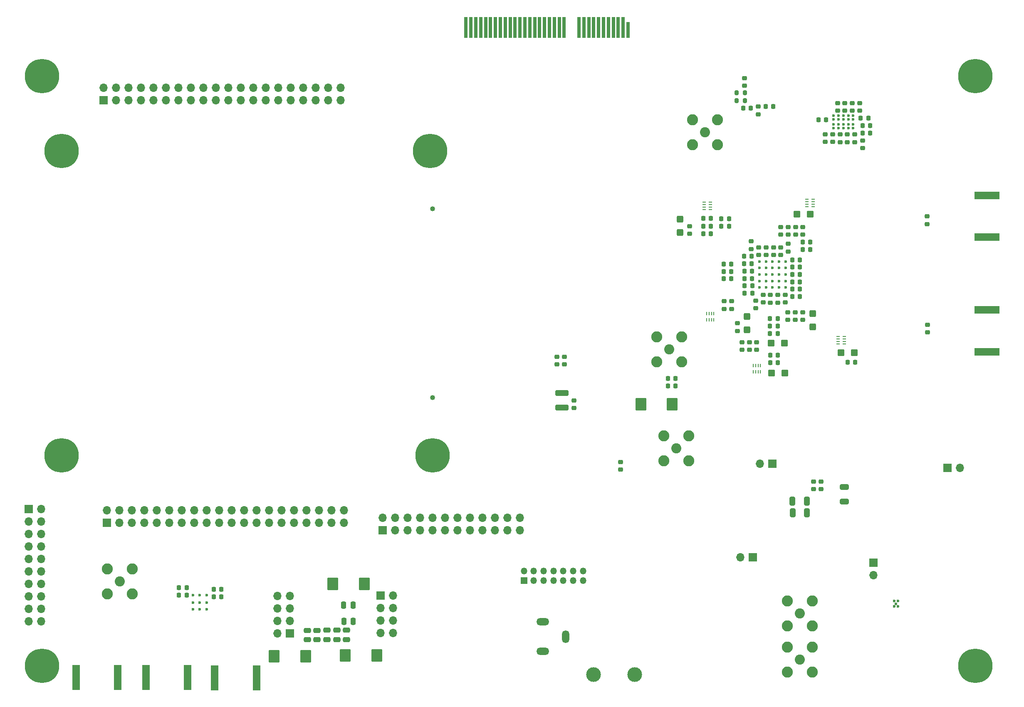
<source format=gbr>
%TF.GenerationSoftware,KiCad,Pcbnew,7.0.8-7.0.8~ubuntu22.04.1*%
%TF.CreationDate,2024-12-17T15:10:34+01:00*%
%TF.ProjectId,Bread70,42726561-6437-4302-9e6b-696361645f70,rev?*%
%TF.SameCoordinates,Original*%
%TF.FileFunction,Soldermask,Bot*%
%TF.FilePolarity,Negative*%
%FSLAX46Y46*%
G04 Gerber Fmt 4.6, Leading zero omitted, Abs format (unit mm)*
G04 Created by KiCad (PCBNEW 7.0.8-7.0.8~ubuntu22.04.1) date 2024-12-17 15:10:34*
%MOMM*%
%LPD*%
G01*
G04 APERTURE LIST*
G04 Aperture macros list*
%AMRoundRect*
0 Rectangle with rounded corners*
0 $1 Rounding radius*
0 $2 $3 $4 $5 $6 $7 $8 $9 X,Y pos of 4 corners*
0 Add a 4 corners polygon primitive as box body*
4,1,4,$2,$3,$4,$5,$6,$7,$8,$9,$2,$3,0*
0 Add four circle primitives for the rounded corners*
1,1,$1+$1,$2,$3*
1,1,$1+$1,$4,$5*
1,1,$1+$1,$6,$7*
1,1,$1+$1,$8,$9*
0 Add four rect primitives between the rounded corners*
20,1,$1+$1,$2,$3,$4,$5,0*
20,1,$1+$1,$4,$5,$6,$7,0*
20,1,$1+$1,$6,$7,$8,$9,0*
20,1,$1+$1,$8,$9,$2,$3,0*%
G04 Aperture macros list end*
%ADD10O,2.600000X1.500000*%
%ADD11O,1.500000X2.600000*%
%ADD12C,2.050000*%
%ADD13C,2.250000*%
%ADD14C,0.600000*%
%ADD15C,1.020000*%
%ADD16C,0.800000*%
%ADD17C,7.000000*%
%ADD18R,1.700000X1.700000*%
%ADD19O,1.700000X1.700000*%
%ADD20C,0.001000*%
%ADD21R,1.500000X5.080000*%
%ADD22R,5.080000X1.500000*%
%ADD23C,3.000000*%
%ADD24R,1.350000X1.350000*%
%ADD25O,1.350000X1.350000*%
%ADD26R,0.700000X3.200000*%
%ADD27R,0.700000X4.300000*%
%ADD28RoundRect,0.225000X-0.225000X-0.250000X0.225000X-0.250000X0.225000X0.250000X-0.225000X0.250000X0*%
%ADD29RoundRect,0.250000X0.425000X-0.450000X0.425000X0.450000X-0.425000X0.450000X-0.425000X-0.450000X0*%
%ADD30RoundRect,0.200000X0.200000X0.275000X-0.200000X0.275000X-0.200000X-0.275000X0.200000X-0.275000X0*%
%ADD31RoundRect,0.225000X0.250000X-0.225000X0.250000X0.225000X-0.250000X0.225000X-0.250000X-0.225000X0*%
%ADD32RoundRect,0.250000X0.475000X-0.250000X0.475000X0.250000X-0.475000X0.250000X-0.475000X-0.250000X0*%
%ADD33RoundRect,0.225000X0.225000X0.250000X-0.225000X0.250000X-0.225000X-0.250000X0.225000X-0.250000X0*%
%ADD34RoundRect,0.250000X0.875000X1.025000X-0.875000X1.025000X-0.875000X-1.025000X0.875000X-1.025000X0*%
%ADD35R,0.640000X0.280000*%
%ADD36R,0.280000X0.640000*%
%ADD37RoundRect,0.225000X-0.250000X0.225000X-0.250000X-0.225000X0.250000X-0.225000X0.250000X0.225000X0*%
%ADD38RoundRect,0.250000X1.100000X-0.325000X1.100000X0.325000X-1.100000X0.325000X-1.100000X-0.325000X0*%
%ADD39RoundRect,0.250000X-0.450000X-0.425000X0.450000X-0.425000X0.450000X0.425000X-0.450000X0.425000X0*%
%ADD40RoundRect,0.250000X-0.325000X-0.650000X0.325000X-0.650000X0.325000X0.650000X-0.325000X0.650000X0*%
%ADD41RoundRect,0.250000X-0.875000X-1.025000X0.875000X-1.025000X0.875000X1.025000X-0.875000X1.025000X0*%
%ADD42RoundRect,0.250000X0.250000X0.475000X-0.250000X0.475000X-0.250000X-0.475000X0.250000X-0.475000X0*%
%ADD43RoundRect,0.250000X-0.650000X0.325000X-0.650000X-0.325000X0.650000X-0.325000X0.650000X0.325000X0*%
%ADD44RoundRect,0.250000X-0.425000X0.450000X-0.425000X-0.450000X0.425000X-0.450000X0.425000X0.450000X0*%
%ADD45RoundRect,0.250000X0.450000X0.425000X-0.450000X0.425000X-0.450000X-0.425000X0.450000X-0.425000X0*%
%ADD46RoundRect,0.250000X-0.475000X0.250000X-0.475000X-0.250000X0.475000X-0.250000X0.475000X0.250000X0*%
G04 APERTURE END LIST*
D10*
%TO.C,J21*%
X146950000Y-141100000D03*
X146950000Y-147100000D03*
D11*
X151650000Y-144100000D03*
%TD*%
D12*
%TO.C,J11*%
X172680000Y-85580000D03*
D13*
X170140000Y-83040000D03*
X170140000Y-88120000D03*
X175220000Y-83040000D03*
X175220000Y-88120000D03*
%TD*%
D14*
%TO.C,U7*%
X196380001Y-67720003D03*
X195055001Y-67720003D03*
X193730001Y-67720003D03*
X192405001Y-67720003D03*
X191080001Y-67720003D03*
X196380001Y-69045003D03*
X195055001Y-69045003D03*
X193730001Y-69045003D03*
X192405001Y-69045003D03*
X191080001Y-69045003D03*
X196380001Y-70370003D03*
X195055001Y-70370003D03*
X193730001Y-70370003D03*
X192405001Y-70370003D03*
X191080001Y-70370003D03*
X196380001Y-71695003D03*
X195055001Y-71695003D03*
X193730001Y-71695003D03*
X192405001Y-71695003D03*
X191080001Y-71695003D03*
X196380001Y-73020003D03*
X195055001Y-73020003D03*
X193730001Y-73020003D03*
X192405001Y-73020003D03*
X191080001Y-73020003D03*
%TD*%
D12*
%TO.C,J19*%
X180000000Y-41400000D03*
D13*
X182540000Y-38860000D03*
X177460000Y-38860000D03*
X182540000Y-43940000D03*
X177460000Y-43940000D03*
%TD*%
D15*
%TO.C,J7*%
X124499999Y-56970001D03*
X124499999Y-95450001D03*
%TD*%
D16*
%TO.C,H7*%
X232375000Y-30000000D03*
X233143845Y-28143845D03*
X233143845Y-31856155D03*
X235000000Y-27375000D03*
D17*
X235000000Y-30000000D03*
D16*
X235000000Y-32625000D03*
X236856155Y-28143845D03*
X236856155Y-31856155D03*
X237625000Y-30000000D03*
%TD*%
%TO.C,H1*%
X46374999Y-45210001D03*
X47143844Y-43353846D03*
X47143844Y-47066156D03*
X48999999Y-42585001D03*
D17*
X48999999Y-45210001D03*
D16*
X48999999Y-47835001D03*
X50856154Y-43353846D03*
X50856154Y-47066156D03*
X51624999Y-45210001D03*
%TD*%
D18*
%TO.C,JP1*%
X189700000Y-127950000D03*
D19*
X187160000Y-127950000D03*
%TD*%
D20*
%TO.C,J5*%
X80730999Y-45178001D03*
X115208999Y-45178001D03*
%TD*%
D16*
%TO.C,H4*%
X121874999Y-107210001D03*
X122643844Y-105353846D03*
X122643844Y-109066156D03*
X124499999Y-104585001D03*
D17*
X124499999Y-107210001D03*
D16*
X124499999Y-109835001D03*
X126356154Y-105353846D03*
X126356154Y-109066156D03*
X127124999Y-107210001D03*
%TD*%
%TO.C,H2*%
X121374999Y-45210001D03*
X122143844Y-43353846D03*
X122143844Y-47066156D03*
X123999999Y-42585001D03*
D17*
X123999999Y-45210001D03*
D16*
X123999999Y-47835001D03*
X125856154Y-43353846D03*
X125856154Y-47066156D03*
X126624999Y-45210001D03*
%TD*%
%TO.C,H6*%
X42375000Y-150000000D03*
X43143845Y-148143845D03*
X43143845Y-151856155D03*
X45000000Y-147375000D03*
D17*
X45000000Y-150000000D03*
D16*
X45000000Y-152625000D03*
X46856155Y-148143845D03*
X46856155Y-151856155D03*
X47625000Y-150000000D03*
%TD*%
D18*
%TO.C,J9*%
X113950000Y-135760001D03*
D19*
X116490000Y-135760001D03*
X113950000Y-138300001D03*
X116490000Y-138300001D03*
X113950000Y-140840001D03*
X116490000Y-140840001D03*
X113950000Y-143380001D03*
X116490000Y-143380001D03*
%TD*%
D18*
%TO.C,J23*%
X114340000Y-122400000D03*
D19*
X114340000Y-119860000D03*
X116880000Y-122400000D03*
X116880000Y-119860000D03*
X119420000Y-122400000D03*
X119420000Y-119860000D03*
X121960000Y-122400000D03*
X121960000Y-119860000D03*
X124500000Y-122400000D03*
X124500000Y-119860000D03*
X127040000Y-122400000D03*
X127040000Y-119860000D03*
X129580000Y-122400000D03*
X129580000Y-119860000D03*
X132120000Y-122400000D03*
X132120000Y-119860000D03*
X134660000Y-122400000D03*
X134660000Y-119860000D03*
X137200000Y-122400000D03*
X137200000Y-119860000D03*
X139740000Y-122400000D03*
X139740000Y-119860000D03*
X142280000Y-122400000D03*
X142280000Y-119860000D03*
%TD*%
D21*
%TO.C,J16*%
X74700000Y-152422500D03*
X66200000Y-152422500D03*
%TD*%
D18*
%TO.C,JP2*%
X193675000Y-108900000D03*
D19*
X191135000Y-108900000D03*
%TD*%
D14*
%TO.C,U11*%
X206177001Y-40538999D03*
X207177001Y-40538999D03*
X208177001Y-40538999D03*
X209177001Y-40538999D03*
X210177001Y-40538999D03*
X206177001Y-39788999D03*
X207177001Y-39788999D03*
X208177001Y-39788999D03*
X209177001Y-39788999D03*
X210177001Y-39788999D03*
X206177001Y-38788999D03*
X207177001Y-38788999D03*
X208177001Y-38788999D03*
X209177001Y-38788999D03*
X210177001Y-38788999D03*
X206177001Y-38038999D03*
X207177001Y-38038999D03*
X208177001Y-38038999D03*
X209177001Y-38038999D03*
X210177001Y-38038999D03*
%TD*%
D18*
%TO.C,JP3*%
X214300000Y-129000000D03*
D19*
X214300000Y-131540000D03*
%TD*%
D18*
%TO.C,J1*%
X58220000Y-120940000D03*
D19*
X58220000Y-118400000D03*
X60760000Y-120940000D03*
X60760000Y-118400000D03*
X63300000Y-120940000D03*
X63300000Y-118400000D03*
X65840000Y-120940000D03*
X65840000Y-118400000D03*
X68380000Y-120940000D03*
X68380000Y-118400000D03*
X70920000Y-120940000D03*
X70920000Y-118400000D03*
X73460000Y-120940000D03*
X73460000Y-118400000D03*
X76000000Y-120940000D03*
X76000000Y-118400000D03*
X78540000Y-120940000D03*
X78540000Y-118400000D03*
X81080000Y-120940000D03*
X81080000Y-118400000D03*
X83620000Y-120940000D03*
X83620000Y-118400000D03*
X86160000Y-120940000D03*
X86160000Y-118400000D03*
X88700000Y-120940000D03*
X88700000Y-118400000D03*
X91240000Y-120940000D03*
X91240000Y-118400000D03*
X93780000Y-120940000D03*
X93780000Y-118400000D03*
X96320000Y-120940000D03*
X96320000Y-118400000D03*
X98860000Y-120940000D03*
X98860000Y-118400000D03*
X101400000Y-120940000D03*
X101400000Y-118400000D03*
X103940000Y-120940000D03*
X103940000Y-118400000D03*
X106480000Y-120940000D03*
X106480000Y-118400000D03*
%TD*%
D12*
%TO.C,J18*%
X199340000Y-148749999D03*
D13*
X201880000Y-151289999D03*
X201880000Y-146209999D03*
X196800000Y-151289999D03*
X196800000Y-146209999D03*
%TD*%
D21*
%TO.C,J10*%
X88700000Y-152450000D03*
X80200000Y-152450000D03*
%TD*%
%TO.C,J17*%
X60450000Y-152400000D03*
X51950000Y-152400000D03*
%TD*%
D14*
%TO.C,U9*%
X78600000Y-138526250D03*
X78600000Y-137126250D03*
X78600000Y-135626250D03*
X77100000Y-138526250D03*
X77100000Y-137126250D03*
X77100000Y-135626250D03*
X75800000Y-138526250D03*
X75800000Y-137126250D03*
X75800000Y-135626250D03*
%TD*%
D18*
%TO.C,J25*%
X42300000Y-118140000D03*
D19*
X44840000Y-118140000D03*
X42300000Y-120680000D03*
X44840000Y-120680000D03*
X42300000Y-123220000D03*
X44840000Y-123220000D03*
X42300000Y-125760000D03*
X44840000Y-125760000D03*
X42300000Y-128300000D03*
X44840000Y-128300000D03*
X42300000Y-130840000D03*
X44840000Y-130840000D03*
X42300000Y-133380000D03*
X44840000Y-133380000D03*
X42300000Y-135920000D03*
X44840000Y-135920000D03*
X42300000Y-138460000D03*
X44840000Y-138460000D03*
X42300000Y-141000000D03*
X44840000Y-141000000D03*
%TD*%
D16*
%TO.C,H8*%
X232375000Y-150000000D03*
X233143845Y-148143845D03*
X233143845Y-151856155D03*
X235000000Y-147375000D03*
D17*
X235000000Y-150000000D03*
D16*
X235000000Y-152625000D03*
X236856155Y-148143845D03*
X236856155Y-151856155D03*
X237625000Y-150000000D03*
%TD*%
D12*
%TO.C,J22*%
X199340000Y-139360000D03*
D13*
X201880000Y-141900000D03*
X201880000Y-136820000D03*
X196800000Y-141900000D03*
X196800000Y-136820000D03*
%TD*%
D20*
%TO.C,J4*%
X80730999Y-103178001D03*
X115208999Y-103178001D03*
%TD*%
D12*
%TO.C,J12*%
X174140000Y-105740000D03*
D13*
X171600000Y-103200000D03*
X171600000Y-108280000D03*
X176680000Y-103200000D03*
X176680000Y-108280000D03*
%TD*%
D18*
%TO.C,J2*%
X57591000Y-34931445D03*
D19*
X57591000Y-32391445D03*
X60131000Y-34931445D03*
X60131000Y-32391445D03*
X62671000Y-34931445D03*
X62671000Y-32391445D03*
X65211000Y-34931445D03*
X65211000Y-32391445D03*
X67751000Y-34931445D03*
X67751000Y-32391445D03*
X70291000Y-34931445D03*
X70291000Y-32391445D03*
X72831000Y-34931445D03*
X72831000Y-32391445D03*
X75371000Y-34931445D03*
X75371000Y-32391445D03*
X77911000Y-34931445D03*
X77911000Y-32391445D03*
X80451000Y-34931445D03*
X80451000Y-32391445D03*
X82991000Y-34931445D03*
X82991000Y-32391445D03*
X85531000Y-34931445D03*
X85531000Y-32391445D03*
X88071000Y-34931445D03*
X88071000Y-32391445D03*
X90611000Y-34931445D03*
X90611000Y-32391445D03*
X93151000Y-34931445D03*
X93151000Y-32391445D03*
X95691000Y-34931445D03*
X95691000Y-32391445D03*
X98231000Y-34931445D03*
X98231000Y-32391445D03*
X100771000Y-34931445D03*
X100771000Y-32391445D03*
X103311000Y-34931445D03*
X103311000Y-32391445D03*
X105851000Y-34931445D03*
X105851000Y-32391445D03*
%TD*%
D22*
%TO.C,J14*%
X237427500Y-54259999D03*
X237427500Y-62759999D03*
%TD*%
D14*
%TO.C,U25*%
X218500000Y-136860000D03*
X218500000Y-137910000D03*
X218900000Y-137385000D03*
X219300000Y-136860000D03*
X219300000Y-137910000D03*
%TD*%
D23*
%TO.C,J20*%
X165700000Y-151800000D03*
X157300000Y-151800000D03*
%TD*%
D24*
%TO.C,J3*%
X143150000Y-132700000D03*
D25*
X143150000Y-130700000D03*
X145150000Y-132700000D03*
X145150000Y-130700000D03*
X147150000Y-132700000D03*
X147150000Y-130700000D03*
X149150000Y-132700000D03*
X149150000Y-130700000D03*
X151150000Y-132700000D03*
X151150000Y-130700000D03*
X153150000Y-132700000D03*
X153150000Y-130700000D03*
X155150000Y-132700000D03*
X155150000Y-130700000D03*
%TD*%
D16*
%TO.C,H3*%
X46374999Y-107210001D03*
X47143844Y-105353846D03*
X47143844Y-109066156D03*
X48999999Y-104585001D03*
D17*
X48999999Y-107210001D03*
D16*
X48999999Y-109835001D03*
X50856154Y-105353846D03*
X50856154Y-109066156D03*
X51624999Y-107210001D03*
%TD*%
D18*
%TO.C,J15*%
X95540000Y-143460000D03*
D19*
X93000000Y-143460000D03*
X95540000Y-140920000D03*
X93000000Y-140920000D03*
X95540000Y-138380000D03*
X93000000Y-138380000D03*
X95540000Y-135840000D03*
X93000000Y-135840000D03*
%TD*%
D12*
%TO.C,J6*%
X60900000Y-132850000D03*
D13*
X58360000Y-130310000D03*
X58360000Y-135390000D03*
X63440000Y-130310000D03*
X63440000Y-135390000D03*
%TD*%
D22*
%TO.C,J13*%
X237400000Y-77600000D03*
X237400000Y-86100000D03*
%TD*%
D26*
%TO.C,J8*%
X164335000Y-20600000D03*
D27*
X163335000Y-20050000D03*
X162335000Y-20050000D03*
X161335000Y-20050000D03*
X160335000Y-20050000D03*
X159335000Y-20050000D03*
X158335000Y-20050000D03*
X157335000Y-20050000D03*
X156335000Y-20050000D03*
X155335000Y-20050000D03*
X154335000Y-20050000D03*
X151335000Y-20050000D03*
X150335000Y-20050000D03*
X149335000Y-20050000D03*
X148335000Y-20050000D03*
X147335000Y-20050000D03*
X146335000Y-20050000D03*
X145335000Y-20050000D03*
X144335000Y-20050000D03*
X143335000Y-20050000D03*
X142335000Y-20050000D03*
X141335000Y-20050000D03*
X140335000Y-20050000D03*
X139335000Y-20050000D03*
X138335000Y-20050000D03*
X137335000Y-20050000D03*
X136335000Y-20050000D03*
X135335000Y-20050000D03*
X134335000Y-20050000D03*
X133335000Y-20050000D03*
X132335000Y-20050000D03*
X131335000Y-20050000D03*
%TD*%
D18*
%TO.C,JP4*%
X229390001Y-109710000D03*
D19*
X231930001Y-109710000D03*
%TD*%
D16*
%TO.C,H5*%
X42375000Y-30000000D03*
X43143845Y-28143845D03*
X43143845Y-31856155D03*
X45000000Y-27375000D03*
D17*
X45000000Y-30000000D03*
D16*
X45000000Y-32625000D03*
X46856155Y-28143845D03*
X46856155Y-31856155D03*
X47625000Y-30000000D03*
%TD*%
D28*
%TO.C,C140*%
X79970001Y-134496251D03*
X81520001Y-134496251D03*
%TD*%
D29*
%TO.C,C66*%
X188520000Y-81630003D03*
X188520000Y-78930003D03*
%TD*%
D30*
%TO.C,R56*%
X188102002Y-33388998D03*
X186452002Y-33388998D03*
%TD*%
D28*
%TO.C,C151*%
X212052001Y-41588999D03*
X213602001Y-41588999D03*
%TD*%
D31*
%TO.C,C93*%
X195430000Y-66370003D03*
X195430000Y-64820003D03*
%TD*%
D32*
%TO.C,C133*%
X99031818Y-144741666D03*
X99031818Y-142841666D03*
%TD*%
D29*
%TO.C,C123*%
X174940999Y-61810003D03*
X174940999Y-59110003D03*
%TD*%
D28*
%TO.C,C100*%
X179655001Y-58970002D03*
X181205001Y-58970002D03*
%TD*%
D33*
%TO.C,C110*%
X189480000Y-68170003D03*
X187930000Y-68170003D03*
%TD*%
D28*
%TO.C,C115*%
X183770001Y-68230003D03*
X185320001Y-68230003D03*
%TD*%
D34*
%TO.C,C126*%
X113190000Y-147880000D03*
X106790000Y-147880000D03*
%TD*%
D28*
%TO.C,C76*%
X183770000Y-69730003D03*
X185320000Y-69730003D03*
%TD*%
D32*
%TO.C,C279*%
X101040000Y-144729999D03*
X101040000Y-142829999D03*
%TD*%
D28*
%TO.C,C165*%
X192327001Y-36189000D03*
X193877001Y-36189000D03*
%TD*%
%TO.C,C135*%
X79970001Y-135996250D03*
X81520001Y-135996250D03*
%TD*%
D35*
%TO.C,C58*%
X207100000Y-84500000D03*
X207100000Y-84000000D03*
X207100000Y-83500000D03*
X207100000Y-83000000D03*
X208370000Y-83000000D03*
X208370000Y-83500000D03*
X208370000Y-84000000D03*
X208370000Y-84500000D03*
%TD*%
D31*
%TO.C,C30*%
X162800000Y-110075000D03*
X162800000Y-108525000D03*
%TD*%
D34*
%TO.C,C34*%
X173320000Y-96820000D03*
X166920000Y-96820000D03*
%TD*%
D28*
%TO.C,C67*%
X197780000Y-73370003D03*
X199330000Y-73370003D03*
%TD*%
D36*
%TO.C,C88*%
X189795000Y-88866000D03*
X190295000Y-88866000D03*
X190795000Y-88866000D03*
X191295000Y-88866000D03*
X191295000Y-90136000D03*
X190795000Y-90136000D03*
X190295000Y-90136000D03*
X189795000Y-90136000D03*
%TD*%
D31*
%TO.C,C173*%
X209977003Y-37013999D03*
X209977003Y-35463999D03*
%TD*%
D28*
%TO.C,C65*%
X183330001Y-59020003D03*
X184880001Y-59020003D03*
%TD*%
D36*
%TO.C,C59*%
X180308999Y-78325004D03*
X180808999Y-78325004D03*
X181308999Y-78325004D03*
X181808999Y-78325004D03*
X181808999Y-79595004D03*
X181308999Y-79595004D03*
X180808999Y-79595004D03*
X180308999Y-79595004D03*
%TD*%
D37*
%TO.C,C113*%
X198429999Y-60720003D03*
X198429999Y-62270003D03*
%TD*%
D31*
%TO.C,C159*%
X207477004Y-43414000D03*
X207477004Y-41864000D03*
%TD*%
%TO.C,C24*%
X153301865Y-97583135D03*
X153301865Y-96033135D03*
%TD*%
D33*
%TO.C,C147*%
X74470002Y-134146251D03*
X72920002Y-134146251D03*
%TD*%
D37*
%TO.C,C85*%
X191830001Y-74520003D03*
X191830001Y-76070003D03*
%TD*%
D31*
%TO.C,C81*%
X185420000Y-77355003D03*
X185420000Y-75805003D03*
%TD*%
D38*
%TO.C,C25*%
X150901865Y-97483135D03*
X150901865Y-94533135D03*
%TD*%
D31*
%TO.C,C61*%
X198399999Y-79620004D03*
X198399999Y-78070004D03*
%TD*%
D33*
%TO.C,C168*%
X189352002Y-36489002D03*
X187802002Y-36489002D03*
%TD*%
%TO.C,C119*%
X189480000Y-66670003D03*
X187930000Y-66670003D03*
%TD*%
D31*
%TO.C,C176*%
X206977000Y-37013999D03*
X206977000Y-35463999D03*
%TD*%
D39*
%TO.C,C124*%
X193558001Y-90441000D03*
X196258001Y-90441000D03*
%TD*%
D33*
%TO.C,C75*%
X189630000Y-72680002D03*
X188080000Y-72680002D03*
%TD*%
D40*
%TO.C,C187*%
X197800001Y-116510001D03*
X200750001Y-116510001D03*
%TD*%
D31*
%TO.C,C163*%
X204477002Y-43388998D03*
X204477002Y-41838998D03*
%TD*%
%TO.C,C98*%
X196930001Y-65670003D03*
X196930001Y-64120003D03*
%TD*%
D28*
%TO.C,C69*%
X183330001Y-60570003D03*
X184880001Y-60570003D03*
%TD*%
D35*
%TO.C,C89*%
X202000001Y-55070003D03*
X202000001Y-55570003D03*
X202000001Y-56070003D03*
X202000001Y-56570003D03*
X200730001Y-56570003D03*
X200730001Y-56070003D03*
X200730001Y-55570003D03*
X200730001Y-55070003D03*
%TD*%
D34*
%TO.C,C281*%
X98690000Y-148080000D03*
X92290000Y-148080000D03*
%TD*%
D31*
%TO.C,C57*%
X199930001Y-79620003D03*
X199930001Y-78070003D03*
%TD*%
D33*
%TO.C,C149*%
X74470001Y-135656251D03*
X72920001Y-135656251D03*
%TD*%
%TO.C,C99*%
X201430000Y-63770002D03*
X199880000Y-63770002D03*
%TD*%
D30*
%TO.C,R57*%
X188117000Y-34988997D03*
X186467000Y-34988997D03*
%TD*%
D37*
%TO.C,C103*%
X199930001Y-60720003D03*
X199930001Y-62270003D03*
%TD*%
D28*
%TO.C,C114*%
X197780001Y-68870003D03*
X199330001Y-68870003D03*
%TD*%
D41*
%TO.C,C130*%
X104240000Y-133330000D03*
X110640000Y-133330000D03*
%TD*%
D31*
%TO.C,C63*%
X196880002Y-79620003D03*
X196880002Y-78070003D03*
%TD*%
%TO.C,C196*%
X202100000Y-114050000D03*
X202100000Y-112500000D03*
%TD*%
D33*
%TO.C,C150*%
X213602001Y-40039000D03*
X212052001Y-40039000D03*
%TD*%
%TO.C,C64*%
X189605001Y-71170003D03*
X188055001Y-71170003D03*
%TD*%
D28*
%TO.C,C109*%
X197780001Y-70370003D03*
X199330001Y-70370003D03*
%TD*%
D31*
%TO.C,C21*%
X149870000Y-88670000D03*
X149870000Y-87120000D03*
%TD*%
D37*
%TO.C,C111*%
X194830000Y-74530003D03*
X194830000Y-76080003D03*
%TD*%
D31*
%TO.C,C195*%
X203600000Y-114050000D03*
X203600000Y-112500000D03*
%TD*%
D37*
%TO.C,C155*%
X212077003Y-43088999D03*
X212077003Y-44638999D03*
%TD*%
D32*
%TO.C,C280*%
X107040000Y-144679999D03*
X107040000Y-142779999D03*
%TD*%
D42*
%TO.C,C127*%
X108340000Y-137690000D03*
X106440000Y-137690000D03*
%TD*%
D35*
%TO.C,C87*%
X179860000Y-57170003D03*
X179860000Y-56670003D03*
X179860000Y-56170003D03*
X179860000Y-55670003D03*
X181130000Y-55670003D03*
X181130000Y-56170003D03*
X181130000Y-56670003D03*
X181130000Y-57170003D03*
%TD*%
D37*
%TO.C,C108*%
X196930001Y-60720003D03*
X196930001Y-62270003D03*
%TD*%
%TO.C,C170*%
X190827003Y-36189001D03*
X190827003Y-37739001D03*
%TD*%
D31*
%TO.C,C178*%
X211477002Y-37014000D03*
X211477002Y-35464000D03*
%TD*%
D33*
%TO.C,C91*%
X194818000Y-88291000D03*
X193268000Y-88291000D03*
%TD*%
D42*
%TO.C,C129*%
X108390000Y-140980000D03*
X106490000Y-140980000D03*
%TD*%
D31*
%TO.C,C55*%
X225297502Y-82160000D03*
X225297502Y-80610000D03*
%TD*%
%TO.C,C161*%
X188027003Y-31919001D03*
X188027003Y-30369001D03*
%TD*%
D28*
%TO.C,C94*%
X197780001Y-67370003D03*
X199330001Y-67370003D03*
%TD*%
D33*
%TO.C,C112*%
X194780001Y-82370004D03*
X193230001Y-82370004D03*
%TD*%
%TO.C,C68*%
X189629999Y-74170003D03*
X188079999Y-74170003D03*
%TD*%
D40*
%TO.C,C188*%
X197825000Y-118910002D03*
X200775000Y-118910002D03*
%TD*%
D31*
%TO.C,C97*%
X189030001Y-85720003D03*
X189030001Y-84170003D03*
%TD*%
%TO.C,C102*%
X187530000Y-85720004D03*
X187530000Y-84170004D03*
%TD*%
D28*
%TO.C,C62*%
X197780001Y-74870003D03*
X199330001Y-74870003D03*
%TD*%
D39*
%TO.C,C121*%
X193480000Y-84320003D03*
X196180000Y-84320003D03*
%TD*%
D37*
%TO.C,C106*%
X193330001Y-74530003D03*
X193330001Y-76080003D03*
%TD*%
D33*
%TO.C,C35*%
X173995000Y-93070001D03*
X172445000Y-93070001D03*
%TD*%
%TO.C,C117*%
X194780001Y-79370003D03*
X193230001Y-79370003D03*
%TD*%
D37*
%TO.C,C95*%
X176841001Y-60510003D03*
X176841001Y-62060003D03*
%TD*%
%TO.C,C60*%
X186620000Y-80305003D03*
X186620000Y-81855003D03*
%TD*%
D31*
%TO.C,C154*%
X210477001Y-43413999D03*
X210477001Y-41863999D03*
%TD*%
D43*
%TO.C,C185*%
X208400000Y-113635000D03*
X208400000Y-116585000D03*
%TD*%
D31*
%TO.C,C82*%
X190930000Y-66370002D03*
X190930000Y-64820002D03*
%TD*%
D37*
%TO.C,C83*%
X190330000Y-75695004D03*
X190330000Y-77245004D03*
%TD*%
%TO.C,C164*%
X205977001Y-41838999D03*
X205977001Y-43388999D03*
%TD*%
D31*
%TO.C,C175*%
X208477001Y-37013999D03*
X208477001Y-35463999D03*
%TD*%
D33*
%TO.C,C96*%
X194833001Y-86791000D03*
X193283001Y-86791000D03*
%TD*%
D28*
%TO.C,C105*%
X179620000Y-62060003D03*
X181170000Y-62060003D03*
%TD*%
D33*
%TO.C,C169*%
X213252001Y-38489000D03*
X211702001Y-38489000D03*
%TD*%
D37*
%TO.C,C160*%
X208977003Y-41863999D03*
X208977003Y-43413999D03*
%TD*%
D33*
%TO.C,C104*%
X201430001Y-65270003D03*
X199880001Y-65270003D03*
%TD*%
D37*
%TO.C,C101*%
X196330001Y-74520003D03*
X196330001Y-76070003D03*
%TD*%
%TO.C,C54*%
X225250000Y-58545000D03*
X225250000Y-60095000D03*
%TD*%
D28*
%TO.C,C90*%
X179630000Y-60520003D03*
X181180000Y-60520003D03*
%TD*%
D31*
%TO.C,C120*%
X192430001Y-66370002D03*
X192430001Y-64820002D03*
%TD*%
D44*
%TO.C,C70*%
X201920000Y-78330003D03*
X201920000Y-81030003D03*
%TD*%
D28*
%TO.C,C71*%
X197780001Y-71870002D03*
X199330001Y-71870002D03*
%TD*%
D31*
%TO.C,C79*%
X189430001Y-65170003D03*
X189430001Y-63620003D03*
%TD*%
D32*
%TO.C,C128*%
X105040000Y-144690000D03*
X105040000Y-142790000D03*
%TD*%
D31*
%TO.C,C116*%
X193930001Y-66370002D03*
X193930001Y-64820002D03*
%TD*%
D33*
%TO.C,C32*%
X173995000Y-91520000D03*
X172445000Y-91520000D03*
%TD*%
%TO.C,C72*%
X189605001Y-69680003D03*
X188055001Y-69680003D03*
%TD*%
D37*
%TO.C,C118*%
X195430001Y-60720003D03*
X195430001Y-62270003D03*
%TD*%
D33*
%TO.C,C174*%
X204671002Y-38896998D03*
X203121002Y-38896998D03*
%TD*%
D45*
%TO.C,C86*%
X210380000Y-86309999D03*
X207680000Y-86309999D03*
%TD*%
D31*
%TO.C,C20*%
X151401865Y-88683135D03*
X151401865Y-87133135D03*
%TD*%
D45*
%TO.C,C122*%
X201380001Y-58070003D03*
X198680001Y-58070003D03*
%TD*%
D46*
%TO.C,C131*%
X103040000Y-142790000D03*
X103040000Y-144690000D03*
%TD*%
D33*
%TO.C,C107*%
X194780001Y-80870002D03*
X193230001Y-80870002D03*
%TD*%
D31*
%TO.C,C92*%
X190530000Y-85720003D03*
X190530000Y-84170003D03*
%TD*%
D28*
%TO.C,C77*%
X209040000Y-88229999D03*
X210590000Y-88229999D03*
%TD*%
D31*
%TO.C,C78*%
X183870000Y-77355003D03*
X183870000Y-75805003D03*
%TD*%
D28*
%TO.C,C73*%
X183770000Y-71230003D03*
X185320000Y-71230003D03*
%TD*%
M02*

</source>
